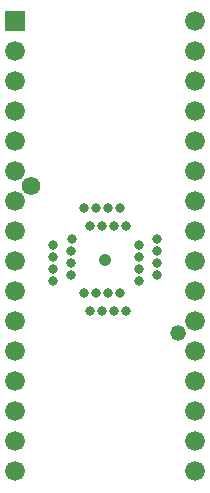
<source format=gbr>
G04 start of page 5 for group -4063 idx -4063 *
G04 Title: (unknown), componentmask *
G04 Creator: pcb 1.99z *
G04 CreationDate: Fri Sep 27 15:24:46 2013 UTC *
G04 For: tim *
G04 Format: Gerber/RS-274X *
G04 PCB-Dimensions (mil): 810.00 1660.00 *
G04 PCB-Coordinate-Origin: lower left *
%MOIN*%
%FSLAX25Y25*%
%LNTOPMASK*%
%ADD43C,0.0520*%
%ADD42C,0.0420*%
%ADD41C,0.0320*%
%ADD40C,0.0660*%
%ADD39C,0.0001*%
%ADD38C,0.0620*%
G54D38*X16500Y100500D03*
G54D39*G36*
X7700Y158800D02*Y152200D01*
X14300D01*
Y158800D01*
X7700D01*
G37*
G54D40*X11000Y145500D03*
Y135500D03*
Y125500D03*
Y115500D03*
Y105500D03*
Y95500D03*
Y85500D03*
X71000D03*
Y95500D03*
Y105500D03*
Y115500D03*
Y125500D03*
Y135500D03*
Y145500D03*
Y155500D03*
G54D41*X52200Y68900D03*
Y72900D03*
X58200Y70900D03*
Y74900D03*
Y78900D03*
Y82900D03*
X52200Y80900D03*
Y76900D03*
X29800Y78900D03*
X29900Y82900D03*
X23800Y80900D03*
Y76800D03*
X29800Y70900D03*
Y74900D03*
X23800Y72900D03*
Y68900D03*
X48100Y58800D03*
X44100D03*
X46100Y64800D03*
X40100Y58800D03*
X36100D03*
X42100Y64800D03*
X38100D03*
G54D42*X41000Y76000D03*
G54D41*X34100Y64800D03*
X48100Y87200D03*
X44100D03*
X46100Y93200D03*
X36100Y87200D03*
X40100D03*
X42100Y93200D03*
X38100D03*
X34100D03*
G54D40*X11000Y75500D03*
Y65500D03*
Y55500D03*
Y45500D03*
Y35500D03*
Y25500D03*
Y15500D03*
Y5500D03*
G54D43*X65500Y51500D03*
G54D40*X71000Y5500D03*
Y15500D03*
Y25500D03*
Y35500D03*
Y45500D03*
Y55500D03*
Y65500D03*
Y75500D03*
M02*

</source>
